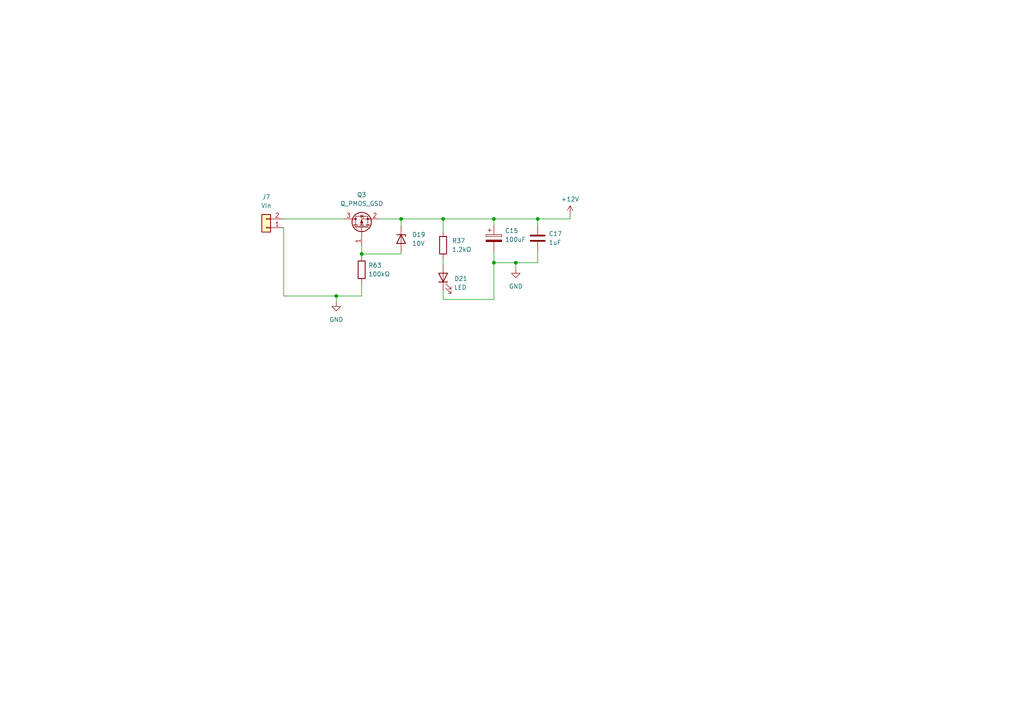
<source format=kicad_sch>
(kicad_sch (version 20230121) (generator eeschema)
  (paper "A4")
  (lib_symbols
    (symbol "Connector_Generic:Conn_01x02" (pin_names (offset 1.016) hide)
      (property "Reference" "J" (at 0 2.54 0))
      (property "Value" "Conn_01x02" (at 0 -5.08 0))
      (symbol "Conn_01x02_1_1"
        (rectangle (start -1.27 -2.413) (end 0 -2.667) (stroke (width 0.1524)))
        (rectangle (start -1.27 0.127) (end 0 -0.127) (stroke (width 0.1524)))
        (rectangle (start -1.27 1.27) (end 1.27 -3.81) (stroke (width 0.254)) (fill (type background)))
        (pin passive line (at -5.08 0 0) (length 3.81) (name "Pin_1") (number "1"))
        (pin passive line (at -5.08 -2.54 0) (length 3.81) (name "Pin_2") (number "2"))
      )
    )
    (symbol "Device:C" (pin_numbers hide) (pin_names (offset 0.254))
      (property "Reference" "C" (at 0.635 2.54 0))
      (property "Value" "C" (at 0.635 -2.54 0))
      (symbol "C_0_1"
        (polyline (pts (xy -2.032 -0.762) (xy 2.032 -0.762)) (stroke (width 0.508)))
        (polyline (pts (xy -2.032 0.762) (xy 2.032 0.762)) (stroke (width 0.508)))
      )
      (symbol "C_1_1"
        (pin passive line (at 0 3.81 270) (length 2.794) (name "~") (number "1"))
        (pin passive line (at 0 -3.81 90) (length 2.794) (name "~") (number "2"))
      )
    )
    (symbol "Device:C_Polarized" (pin_numbers hide) (pin_names (offset 0.254))
      (property "Reference" "C" (at 0.635 2.54 0))
      (property "Value" "C_Polarized" (at 0.635 -2.54 0))
      (symbol "C_Polarized_0_1"
        (rectangle (start -2.286 0.508) (end 2.286 1.016))
        (polyline (pts (xy -1.778 2.286) (xy -0.762 2.286)))
        (polyline (pts (xy -1.27 2.794) (xy -1.27 1.778)))
        (rectangle (start 2.286 -0.508) (end -2.286 -1.016) (fill (type outline)))
      )
      (symbol "C_Polarized_1_1"
        (pin passive line (at 0 3.81 270) (length 2.794) (name "~") (number "1"))
        (pin passive line (at 0 -3.81 90) (length 2.794) (name "~") (number "2"))
      )
    )
    (symbol "Device:D_Zener" (pin_numbers hide) (pin_names (offset 1.016) hide)
      (property "Reference" "D" (at 0 2.54 0))
      (property "Value" "D_Zener" (at 0 -2.54 0))
      (symbol "D_Zener_0_1"
        (polyline (pts (xy 1.27 0) (xy -1.27 0)))
        (polyline (pts (xy -1.27 -1.27) (xy -1.27 1.27) (xy -0.762 1.27)) (stroke (width 0.254)))
        (polyline (pts (xy 1.27 -1.27) (xy 1.27 1.27) (xy -1.27 0) (xy 1.27 -1.27)) (stroke (width 0.254)))
      )
      (symbol "D_Zener_1_1"
        (pin passive line (at -3.81 0 0) (length 2.54) (name "K") (number "1"))
        (pin passive line (at 3.81 0 180) (length 2.54) (name "A") (number "2"))
      )
    )
    (symbol "Device:LED" (pin_numbers hide) (pin_names (offset 1.016) hide)
      (property "Reference" "D" (at 0 2.54 0))
      (property "Value" "LED" (at 0 -2.54 0))
      (symbol "LED_0_1"
        (polyline (pts (xy -1.27 -1.27) (xy -1.27 1.27)) (stroke (width 0.254)))
        (polyline (pts (xy -1.27 0) (xy 1.27 0)))
        (polyline (pts (xy 1.27 -1.27) (xy 1.27 1.27) (xy -1.27 0) (xy 1.27 -1.27)) (stroke (width 0.254)))
        (polyline (pts (xy -3.048 -0.762) (xy -4.572 -2.286) (xy -3.81 -2.286) (xy -4.572 -2.286) (xy -4.572 -1.524)))
        (polyline (pts (xy -1.778 -0.762) (xy -3.302 -2.286) (xy -2.54 -2.286) (xy -3.302 -2.286) (xy -3.302 -1.524)))
      )
      (symbol "LED_1_1"
        (pin passive line (at -3.81 0 0) (length 2.54) (name "K") (number "1"))
        (pin passive line (at 3.81 0 180) (length 2.54) (name "A") (number "2"))
      )
    )
    (symbol "Device:Q_PMOS_GSD" (pin_names (offset 0) hide)
      (property "Reference" "Q" (at 5.08 1.27 0))
      (property "Value" "Q_PMOS_GSD" (at 5.08 -1.27 0))
      (symbol "Q_PMOS_GSD_0_1"
        (polyline (pts (xy 0.254 0) (xy -2.54 0)))
        (polyline (pts (xy 0.254 1.905) (xy 0.254 -1.905)) (stroke (width 0.254)))
        (polyline (pts (xy 0.762 -1.27) (xy 0.762 -2.286)) (stroke (width 0.254)))
        (polyline (pts (xy 0.762 0.508) (xy 0.762 -0.508)) (stroke (width 0.254)))
        (polyline (pts (xy 0.762 2.286) (xy 0.762 1.27)) (stroke (width 0.254)))
        (polyline (pts (xy 2.54 2.54) (xy 2.54 1.778)))
        (polyline (pts (xy 2.54 -2.54) (xy 2.54 0) (xy 0.762 0)))
        (polyline (pts (xy 0.762 1.778) (xy 3.302 1.778) (xy 3.302 -1.778) (xy 0.762 -1.778)))
        (polyline (pts (xy 2.286 0) (xy 1.27 0.381) (xy 1.27 -0.381) (xy 2.286 0)) (fill (type outline)))
        (polyline (pts (xy 2.794 -0.508) (xy 2.921 -0.381) (xy 3.683 -0.381) (xy 3.81 -0.254)))
        (polyline (pts (xy 3.302 -0.381) (xy 2.921 0.254) (xy 3.683 0.254) (xy 3.302 -0.381)))
        (circle (center 1.651 0) (radius 2.794) (stroke (width 0.254)))
        (circle (center 2.54 -1.778) (radius 0.254) (fill (type outline)))
        (circle (center 2.54 1.778) (radius 0.254) (fill (type outline)))
      )
      (symbol "Q_PMOS_GSD_1_1"
        (pin input line (at -5.08 0 0) (length 2.54) (name "G") (number "1"))
        (pin passive line (at 2.54 -5.08 90) (length 2.54) (name "S") (number "2"))
        (pin passive line (at 2.54 5.08 270) (length 2.54) (name "D") (number "3"))
      )
    )
    (symbol "Device:R" (pin_numbers hide) (pin_names (offset 0))
      (property "Reference" "R" (at 2.032 0 90))
      (property "Value" "R" (at 0 0 90))
      (symbol "R_0_1"
        (rectangle (start -1.016 -2.54) (end 1.016 2.54) (stroke (width 0.254)))
      )
      (symbol "R_1_1"
        (pin passive line (at 0 3.81 270) (length 1.27) (name "~") (number "1"))
        (pin passive line (at 0 -3.81 90) (length 1.27) (name "~") (number "2"))
      )
    )
    (symbol "power:+12V" (power) (pin_names (offset 0))
      (property "Value" "+12V" (at 0 3.556 0))
      (symbol "+12V_0_1"
        (polyline (pts (xy -0.762 1.27) (xy 0 2.54)))
        (polyline (pts (xy 0 0) (xy 0 2.54)))
        (polyline (pts (xy 0 2.54) (xy 0.762 1.27)))
      )
      (symbol "+12V_1_1"
        (pin power_in line (at 0 0 90) (length 0) hide (name "+12V") (number "1"))
      )
    )
    (symbol "power:GND" (power) (pin_names (offset 0))
      (property "Value" "GND" (at 0 -3.81 0))
      (symbol "GND_0_1"
        (polyline (pts (xy 0 0) (xy 0 -1.27) (xy 1.27 -1.27) (xy 0 -2.54) (xy -1.27 -1.27) (xy 0 -1.27)))
      )
      (symbol "GND_1_1"
        (pin power_in line (at 0 0 270) (length 0) hide (name "GND") (number "1"))
      )
    )
  )
  (junction (at 97.536 85.852))
  (junction (at 143.256 76.2))
  (junction (at 116.332 63.5))
  (junction (at 128.524 63.5))
  (junction (at 104.902 73.66))
  (junction (at 149.606 76.2))
  (junction (at 155.956 63.5))
  (junction (at 143.256 63.5))
  (wire (pts (xy 149.606 76.2) (xy 155.956 76.2)))
  (wire (pts (xy 128.524 86.868) (xy 143.256 86.868)))
  (wire (pts (xy 143.256 76.2) (xy 149.606 76.2)))
  (wire (pts (xy 165.354 62.23) (xy 165.354 63.5)))
  (wire (pts (xy 104.902 73.66) (xy 116.332 73.66)))
  (wire (pts (xy 128.524 74.93) (xy 128.524 76.708)))
  (wire (pts (xy 116.332 63.5) (xy 128.524 63.5)))
  (wire (pts (xy 116.332 73.152) (xy 116.332 73.66)))
  (wire (pts (xy 82.296 85.852) (xy 97.536 85.852)))
  (wire (pts (xy 155.956 76.2) (xy 155.956 72.898)))
  (wire (pts (xy 143.256 72.898) (xy 143.256 76.2)))
  (wire (pts (xy 104.902 85.852) (xy 97.536 85.852)))
  (wire (pts (xy 155.956 63.5) (xy 143.256 63.5)))
  (wire (pts (xy 104.902 73.66) (xy 104.902 74.422)))
  (wire (pts (xy 82.296 63.5) (xy 99.822 63.5)))
  (wire (pts (xy 143.256 63.5) (xy 143.256 65.278)))
  (wire (pts (xy 116.332 63.5) (xy 116.332 65.532)))
  (wire (pts (xy 165.354 63.5) (xy 155.956 63.5)))
  (wire (pts (xy 104.902 82.042) (xy 104.902 85.852)))
  (wire (pts (xy 97.536 85.852) (xy 97.536 87.63)))
  (wire (pts (xy 109.982 63.5) (xy 116.332 63.5)))
  (wire (pts (xy 82.296 66.04) (xy 82.296 85.852)))
  (wire (pts (xy 104.902 71.12) (xy 104.902 73.66)))
  (wire (pts (xy 155.956 63.5) (xy 155.956 65.278)))
  (wire (pts (xy 128.524 84.328) (xy 128.524 86.868)))
  (wire (pts (xy 128.524 63.5) (xy 128.524 67.31)))
  (wire (pts (xy 143.256 86.868) (xy 143.256 76.2)))
  (wire (pts (xy 128.524 63.5) (xy 143.256 63.5)))
  (wire (pts (xy 149.606 76.2) (xy 149.606 77.978)))
  (symbol (lib_id "Connector_Generic:Conn_01x02") (at 77.216 66.04 180) (unit 1)
    (property "Reference" "J7" (at 77.216 57.15 0))
    (property "Value" "VIn" (at 77.216 59.69 0))
    (property "Footprint" "TerminalBlock:TerminalBlock_bornier-2_P5.08mm" (effects hide))
  )
  (symbol (lib_id "Device:LED") (at 128.524 80.518 90) (unit 1)
    (property "Reference" "D21" (at 131.699 80.8355 90) (effects (justify right)))
    (property "Value" "LED" (at 131.699 83.3755 90) (effects (justify right)))
    (property "Footprint" "LED_SMD:LED_0805_2012Metric" (effects hide))
    (instances (project "HighSideSwitchModule" (path "" (reference "D21") (unit 1)) (path "" (reference "D1") (unit 1))))
  )
  (symbol (lib_id "Device:C") (at 155.956 69.088 0) (unit 1)
    (property "Reference" "C17" (at 159.131 67.818 0) (effects (justify left)))
    (property "Value" "1uF" (at 159.131 70.358 0) (effects (justify left)))
    (property "Footprint" "Capacitor_SMD:C_0805_2012Metric" (effects hide))
  )
  (symbol (lib_id "Device:R") (at 104.902 78.232 180) (unit 1)
    (property "Reference" "R63" (at 106.807 76.962 0) (effects (justify right)))
    (property "Value" "100kΩ" (at 106.807 79.502 0) (effects (justify right)))
    (property "Footprint" "Resistor_SMD:R_0805_2012Metric" (effects hide))
    (instances (project "HighSideSwitchModule" (path "" (reference "R63") (unit 1)) (path "" (reference "R45") (unit 1))))
  )
  (symbol (lib_id "Device:C_Polarized") (at 143.256 69.088 0) (unit 1)
    (property "Reference" "C15" (at 146.431 66.929 0) (effects (justify left)))
    (property "Value" "100uF" (at 146.431 69.469 0) (effects (justify left)))
    (property "Footprint" "Capacitor_SMD:CP_Elec_8x11.9" (effects hide))
  )
  (symbol (lib_id "power:+12V") (at 165.354 62.23 0) (unit 1)
    (property "Reference" "#PWR062" (effects hide))
    (property "Value" "+12V" (at 165.354 57.785 0))
  )
  (symbol (lib_id "power:GND") (at 149.606 77.978 0) (unit 1)
    (property "Reference" "#PWR060" (effects hide))
    (property "Value" "GND" (at 149.606 83.058 0))
  )
  (symbol (lib_id "Device:R") (at 128.524 71.12 180) (unit 1)
    (property "Reference" "R37" (at 131.064 69.85 0) (effects (justify right)))
    (property "Value" "1.2kΩ" (at 131.064 72.39 0) (effects (justify right)))
    (property "Footprint" "Resistor_SMD:R_0805_2012Metric" (effects hide))
    (instances (project "HighSideSwitchModule" (path "" (reference "R37") (unit 1)) (path "" (reference "R47") (unit 1))))
  )
  (symbol (lib_id "power:GND") (at 97.536 87.63 0) (unit 1)
    (property "Reference" "#PWR059" (effects hide))
    (property "Value" "GND" (at 97.536 92.71 0))
  )
  (symbol (lib_id "Device:Q_PMOS_GSD") (at 104.902 66.04 90) (unit 1)
    (property "Reference" "Q3" (at 104.902 56.515 90))
    (property "Value" "Q_PMOS_GSD" (at 104.902 59.055 90))
    (property "Footprint" "Package_TO_SOT_SMD:SOT-23" (effects hide))
  )
  (symbol (lib_id "Device:D_Zener") (at 116.332 69.342 270) (unit 1)
    (property "Reference" "D19" (at 119.507 68.072 90) (effects (justify left)))
    (property "Value" "10V" (at 119.507 70.612 90) (effects (justify left)))
    (property "Footprint" "Diode_SMD:D_SOD-123" (effects hide))
  )
)
</source>
